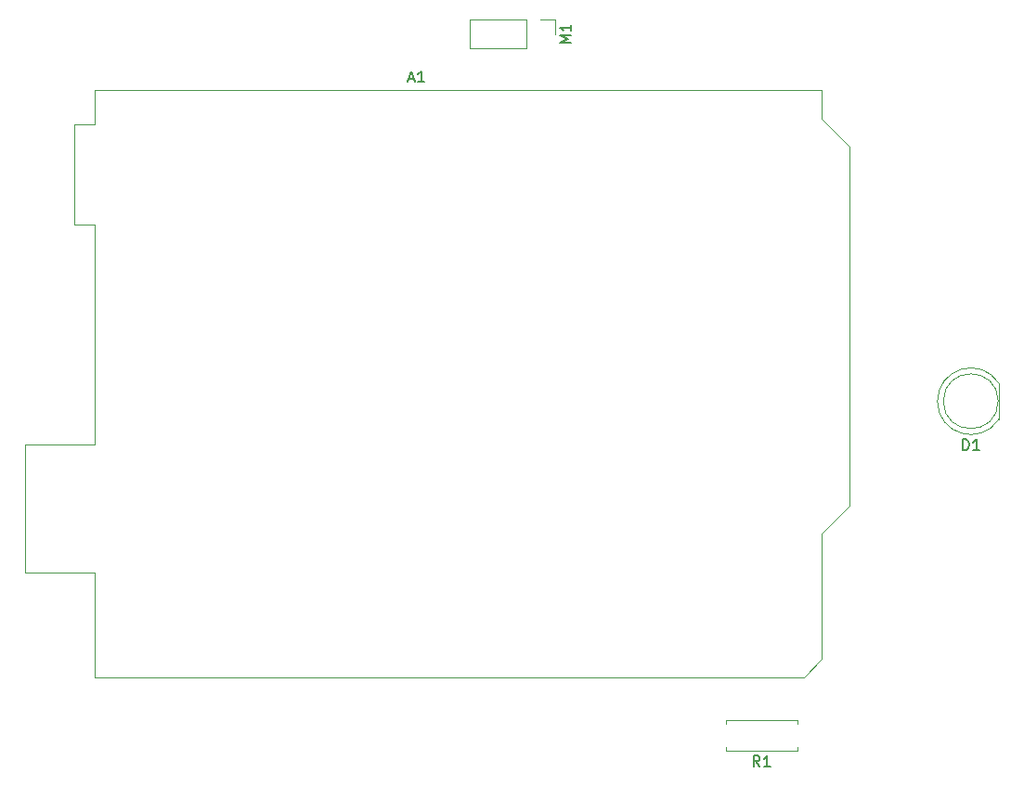
<source format=gbr>
%TF.GenerationSoftware,KiCad,Pcbnew,8.0.7*%
%TF.CreationDate,2025-03-18T01:08:04+05:30*%
%TF.ProjectId,design,64657369-676e-42e6-9b69-6361645f7063,rev?*%
%TF.SameCoordinates,Original*%
%TF.FileFunction,Legend,Top*%
%TF.FilePolarity,Positive*%
%FSLAX46Y46*%
G04 Gerber Fmt 4.6, Leading zero omitted, Abs format (unit mm)*
G04 Created by KiCad (PCBNEW 8.0.7) date 2025-03-18 01:08:04*
%MOMM*%
%LPD*%
G01*
G04 APERTURE LIST*
%ADD10C,0.150000*%
%ADD11C,0.120000*%
G04 APERTURE END LIST*
D10*
X154809819Y-55809523D02*
X153809819Y-55809523D01*
X153809819Y-55809523D02*
X154524104Y-55476190D01*
X154524104Y-55476190D02*
X153809819Y-55142857D01*
X153809819Y-55142857D02*
X154809819Y-55142857D01*
X154809819Y-54142857D02*
X154809819Y-54714285D01*
X154809819Y-54428571D02*
X153809819Y-54428571D01*
X153809819Y-54428571D02*
X153952676Y-54523809D01*
X153952676Y-54523809D02*
X154047914Y-54619047D01*
X154047914Y-54619047D02*
X154095533Y-54714285D01*
X190531905Y-92964819D02*
X190531905Y-91964819D01*
X190531905Y-91964819D02*
X190770000Y-91964819D01*
X190770000Y-91964819D02*
X190912857Y-92012438D01*
X190912857Y-92012438D02*
X191008095Y-92107676D01*
X191008095Y-92107676D02*
X191055714Y-92202914D01*
X191055714Y-92202914D02*
X191103333Y-92393390D01*
X191103333Y-92393390D02*
X191103333Y-92536247D01*
X191103333Y-92536247D02*
X191055714Y-92726723D01*
X191055714Y-92726723D02*
X191008095Y-92821961D01*
X191008095Y-92821961D02*
X190912857Y-92917200D01*
X190912857Y-92917200D02*
X190770000Y-92964819D01*
X190770000Y-92964819D02*
X190531905Y-92964819D01*
X192055714Y-92964819D02*
X191484286Y-92964819D01*
X191770000Y-92964819D02*
X191770000Y-91964819D01*
X191770000Y-91964819D02*
X191674762Y-92107676D01*
X191674762Y-92107676D02*
X191579524Y-92202914D01*
X191579524Y-92202914D02*
X191484286Y-92250533D01*
X172023333Y-121824819D02*
X171690000Y-121348628D01*
X171451905Y-121824819D02*
X171451905Y-120824819D01*
X171451905Y-120824819D02*
X171832857Y-120824819D01*
X171832857Y-120824819D02*
X171928095Y-120872438D01*
X171928095Y-120872438D02*
X171975714Y-120920057D01*
X171975714Y-120920057D02*
X172023333Y-121015295D01*
X172023333Y-121015295D02*
X172023333Y-121158152D01*
X172023333Y-121158152D02*
X171975714Y-121253390D01*
X171975714Y-121253390D02*
X171928095Y-121301009D01*
X171928095Y-121301009D02*
X171832857Y-121348628D01*
X171832857Y-121348628D02*
X171451905Y-121348628D01*
X172975714Y-121824819D02*
X172404286Y-121824819D01*
X172690000Y-121824819D02*
X172690000Y-120824819D01*
X172690000Y-120824819D02*
X172594762Y-120967676D01*
X172594762Y-120967676D02*
X172499524Y-121062914D01*
X172499524Y-121062914D02*
X172404286Y-121110533D01*
X139995714Y-59099104D02*
X140471904Y-59099104D01*
X139900476Y-59384819D02*
X140233809Y-58384819D01*
X140233809Y-58384819D02*
X140567142Y-59384819D01*
X141424285Y-59384819D02*
X140852857Y-59384819D01*
X141138571Y-59384819D02*
X141138571Y-58384819D01*
X141138571Y-58384819D02*
X141043333Y-58527676D01*
X141043333Y-58527676D02*
X140948095Y-58622914D01*
X140948095Y-58622914D02*
X140852857Y-58670533D01*
D11*
%TO.C,M1*%
X145615000Y-53670000D02*
X145615000Y-56330000D01*
X150755000Y-53670000D02*
X145615000Y-53670000D01*
X150755000Y-53670000D02*
X150755000Y-56330000D01*
X150755000Y-56330000D02*
X145615000Y-56330000D01*
X152025000Y-53670000D02*
X153355000Y-53670000D01*
X153355000Y-53670000D02*
X153355000Y-55000000D01*
%TO.C,D1*%
X193830000Y-90140000D02*
X193830000Y-86860000D01*
X188230000Y-88499949D02*
G75*
G02*
X193830000Y-86860488I3040000J-51D01*
G01*
X193830000Y-90139512D02*
G75*
G02*
X188230000Y-88500051I-2560000J1639512D01*
G01*
X193770000Y-88500000D02*
G75*
G02*
X188770000Y-88500000I-2500000J0D01*
G01*
X188770000Y-88500000D02*
G75*
G02*
X193770000Y-88500000I2500000J0D01*
G01*
%TO.C,R1*%
X168920000Y-117630000D02*
X168920000Y-117960000D01*
X168920000Y-120370000D02*
X168920000Y-120040000D01*
X175460000Y-117630000D02*
X168920000Y-117630000D01*
X175460000Y-117960000D02*
X175460000Y-117630000D01*
X175460000Y-120040000D02*
X175460000Y-120370000D01*
X175460000Y-120370000D02*
X168920000Y-120370000D01*
%TO.C,A1*%
X105020000Y-92460000D02*
X105020000Y-104140000D01*
X105020000Y-104140000D02*
X111370000Y-104140000D01*
X109470000Y-63250000D02*
X109470000Y-72390000D01*
X109470000Y-72390000D02*
X111370000Y-72390000D01*
X111370000Y-60070000D02*
X111370000Y-63250000D01*
X111370000Y-63250000D02*
X109470000Y-63250000D01*
X111370000Y-72390000D02*
X111370000Y-92460000D01*
X111370000Y-92460000D02*
X105020000Y-92460000D01*
X111370000Y-104140000D02*
X111370000Y-113670000D01*
X111370000Y-113670000D02*
X176020000Y-113670000D01*
X176020000Y-113670000D02*
X177670000Y-112020000D01*
X177670000Y-60070000D02*
X111370000Y-60070000D01*
X177670000Y-62740000D02*
X177670000Y-60070000D01*
X177670000Y-100590000D02*
X180210000Y-98050000D01*
X177670000Y-112020000D02*
X177670000Y-100590000D01*
X180210000Y-65280000D02*
X177670000Y-62740000D01*
X180210000Y-98050000D02*
X180210000Y-65280000D01*
%TD*%
M02*

</source>
